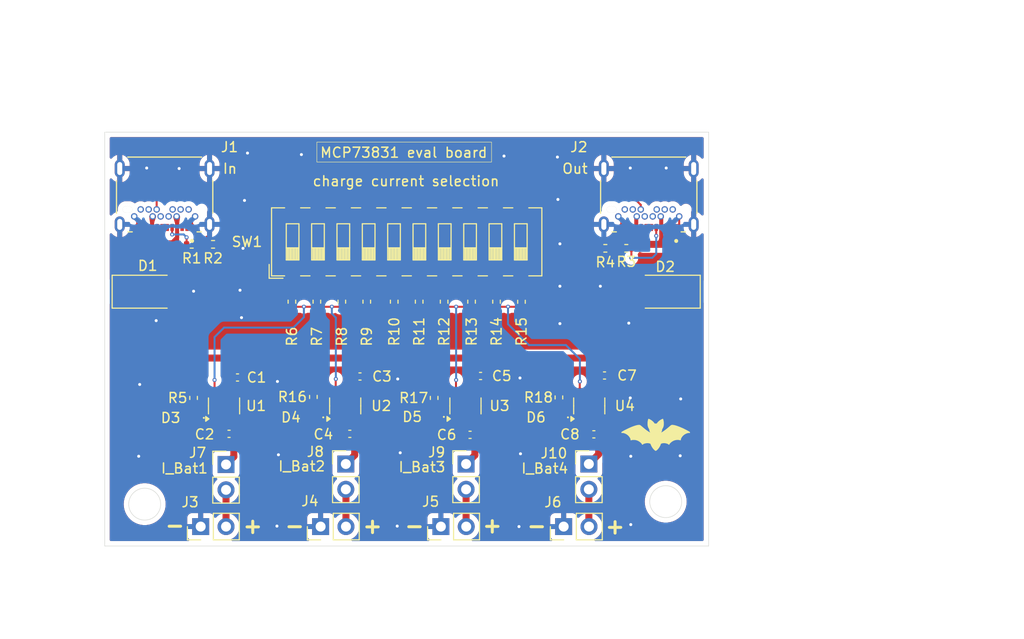
<source format=kicad_pcb>
(kicad_pcb (version 20240108) (generator "pcbnew") (generator_version "8.0")
  (layers (0 "F.Cu" signal) (31 "B.Cu" signal) (34 "B.Paste" user) (35 "F.Paste" user) (36 "B.SilkS" user "B.Silkscreen") (37 "F.SilkS" user "F.Silkscreen") (38 "B.Mask" user) (39 "F.Mask" user) (44 "Edge.Cuts" user))
  (net 0 "")
  (net 1 "GND")
  (net 2 "VBUS")
  (net 5 "Net-(D3-A)")
  (net 10 "Net-(J1-CC2)")
  (net 13 "Net-(J1-CC1)")
  (net 15 "Net-(D4-A)")
  (net 18 "Net-(J2-CC1)")
  (net 29 "Net-(J2-CC2)")
  (net 33 "VBat1")
  (net 34 "Net-(D3-K)")
  (net 35 "Net-(U1-PROG)")
  (net 36 "Net-(R6-Pad1)")
  (net 37 "Net-(R7-Pad1)")
  (net 38 "Net-(R8-Pad1)")
  (net 39 "Net-(R9-Pad1)")
  (net 40 "Net-(R10-Pad1)")
  (net 41 "Net-(R11-Pad1)")
  (net 42 "Net-(R12-Pad1)")
  (net 43 "Net-(R13-Pad1)")
  (net 44 "Net-(R14-Pad1)")
  (net 45 "Net-(R15-Pad1)")
  (net 46 "Net-(D4-K)")
  (net 47 "VBat2")
  (net 48 "VBat3")
  (net 49 "VBat4")
  (net 50 "Net-(D5-K)")
  (net 51 "Net-(D6-K)")
  (net 52 "I_Sense1")
  (net 53 "I_Sense2")
  (net 54 "I_Sense3")
  (net 55 "I_Sense4")
  (net 56 "Net-(D5-A)")
  (net 57 "Net-(D6-A)")
  (footprint "Resistor_SMD:R_0402_1005Metric" (layer "F.Cu") (at 86.75 67 -90)
    (property "Reference" "R13")
    (property "Value" "TBD")
  )
  (footprint "Resistor_SMD:R_0402_1005Metric" (layer "F.Cu") (at 81.5 67 -90)
    (property "Reference" "R11")
    (property "Value" "TBD")
  )
  (footprint "Resistor_SMD:R_0402_1005Metric" (layer "F.Cu") (at 71.25 67 -90)
    (property "Reference" "R7")
    (property "Value" "TBD")
  )
  (footprint "Resistor_SMD:R_0402_1005Metric" (layer "F.Cu") (at 58.71 61.25)
    (property "Reference" "R1")
    (property "Value" "5.1k")
  )
  (footprint "Resistor_SMD:R_0402_1005Metric" (layer "F.Cu") (at 91.75 67.01 -90)
    (property "Reference" "R15")
    (property "Value" "TBD")
  )
  (footprint "Package_TO_SOT_SMD:SOT-23-5" (layer "F.Cu") (at 61.95 77.45 90)
    (property "Reference" "U1")
    (property "Value" "MCP73831-2-OT")
  )
  (footprint "Capacitor_SMD:C_0402_1005Metric" (layer "F.Cu") (at 99 80.3 180)
    (property "Reference" "C8")
    (property "Value" "4.7uF")
  )
  (footprint "Package_TO_SOT_SMD:SOT-23-5" (layer "F.Cu") (at 74.0875 77.45 90)
    (property "Reference" "U2")
    (property "Value" "MCP73831-2-OT")
  )
  (footprint "LED_SMD:LED_0402_1005Metric" (layer "F.Cu") (at 95.315 78.6 180)
    (property "Reference" "D6")
    (property "Value" "LED_Small")
  )
  (footprint "Capacitor_SMD:C_0402_1005Metric" (layer "F.Cu") (at 63.3 74.6)
    (property "Reference" "C1")
    (property "Value" "4.7uF")
  )
  (footprint "Resistor_SMD:R_0402_1005Metric" (layer "F.Cu") (at 83 76.65 90)
    (property "Reference" "R17")
    (property "Value" "470")
  )
  (footprint "Capacitor_SMD:C_0402_1005Metric" (layer "F.Cu") (at 87.65 74.45)
    (property "Reference" "C5")
    (property "Value" "4.7uF")
  )
  (footprint "Resistor_SMD:R_0402_1005Metric" (layer "F.Cu") (at 100.15 61.65)
    (property "Reference" "R4")
    (property "Value" "TBD")
  )
  (footprint "Connector_PinHeader_2.54mm:PinHeader_1x02_P2.54mm_Vertical" (layer "F.Cu") (at 95.975 89.55 90)
    (property "Reference" "J6")
    (property "Value" "Battery 2 Pads")
  )
  (footprint "Capacitor_SMD:C_0402_1005Metric" (layer "F.Cu") (at 62.45 80.25 180)
    (property "Reference" "C2")
    (property "Value" "4.7uF")
  )
  (footprint "Resistor_SMD:R_0402_1005Metric" (layer "F.Cu") (at 73.75 67 -90)
    (property "Reference" "R8")
    (property "Value" "TBD")
  )
  (footprint "Package_TO_SOT_SMD:SOT-23-5" (layer "F.Cu") (at 98.5375 77.45 90)
    (property "Reference" "U4")
    (property "Value" "MCP73831-2-OT")
  )
  (footprint "Footprints:BatSimple" (layer "F.Cu") (at 105.2 80.3)
    (property "Reference" "G***" (hide yes))
    (property "Value" "LOGO" (hide yes))
  )
  (footprint "Button_Switch_SMD:SW_DIP_SPSTx10_Slide_6.7x26.96mm_W6.73mm_P2.54mm_LowProfile_JPin" (layer "F.Cu") (at 80.25 61 90)
    (property "Reference" "SW1")
    (property "Value" "SW_DIP_x10")
  )
  (footprint "Resistor_SMD:R_0402_1005Metric" (layer "F.Cu") (at 60.85 61.25 180)
    (property "Reference" "R2")
    (property "Value" "5.1k")
  )
  (footprint "Resistor_SMD:R_0402_1005Metric" (layer "F.Cu") (at 79 67 -90)
    (property "Reference" "R10")
    (property "Value" "TBD")
  )
  (footprint "Diode_SMD:D_SMA" (layer "F.Cu") (at 54.25 66)
    (property "Reference" "D1")
    (property "Value" "SMAJ5.0A")
  )
  (footprint "Connector_PinHeader_2.54mm:PinHeader_1x02_P2.54mm_Vertical" (layer "F.Cu") (at 62.15 83.325)
    (property "Reference" "J7")
    (property "Value" "Battery 2 Pads")
  )
  (footprint "Footprints:CUI_UJ32-C-H-G-SMT-TR" (layer "F.Cu") (at 56 54.5 180)
    (property "Reference" "J1")
    (property "Value" "UJ32-C-H-G-SMT-TR")
    (fp_line (start 3.875 -2.925) (end 3.575 -2.925) (stroke (width 0.01)) (layer "Edge.Cuts"))
    (fp_line (start 3.575 -3.575) (end 3.875 -3.575) (stroke (width 0.01)) (layer "Edge.Cuts"))
    (fp_arc (start 4.2 -3.25) (mid 4.10481 -3.02019) (end 3.875 -2.925) (stroke (width 0.01)) (layer "Edge.Cuts"))
    (fp_arc (start 3.875 -3.575) (mid 4.10481 -3.47981) (end 4.2 -3.25) (stroke (width 0.01)) (layer "Edge.Cuts"))
    (fp_arc (start 3.575 -2.925) (mid 3.34519 -3.02019) (end 3.25 -3.25) (stroke (width 0.01)) (layer "Edge.Cuts"))
    (fp_arc (start 3.25 -3.25) (mid 3.34519 -3.47981) (end 3.575 -3.575) (stroke (width 0.01)) (layer "Edge.Cuts"))
  )
  (footprint "Resistor_SMD:R_0402_1005Metric" (layer "F.Cu") (at 70.9 76.55 90)
    (property "Reference" "R16")
    (property "Value" "470")
  )
  (footprint "Resistor_SMD:R_0402_1005Metric" (layer "F.Cu") (at 102.25 61.65 180)
    (property "Reference" "R3")
    (property "Value" "TBD")
  )
  (footprint "Connector_PinHeader_2.54mm:PinHeader_1x02_P2.54mm_Vertical" (layer "F.Cu") (at 86.2 83.275)
    (property "Reference" "J9")
    (property "Value" "Battery 2 Pads")
  )
  (footprint "Resistor_SMD:R_0402_1005Metric" (layer "F.Cu") (at 84 67 -90)
    (property "Reference" "R12")
    (property "Value" "TBD")
  )
  (footprint "Connector_PinHeader_2.54mm:PinHeader_1x02_P2.54mm_Vertical" (layer "F.Cu") (at 59.61 89.55 90)
    (property "Reference" "J3")
    (property "Value" "Battery 1 Pads")
  )
  (footprint "Footprints:CUI_UJ32-C-H-G-SMT-TR" (layer "F.Cu") (at 104.5 54.5 180)
    (property "Reference" "J2")
    (property "Value" "UJ32-C-H-G-SMT-TR")
    (fp_line (start 3.875 -2.925) (end 3.575 -2.925) (stroke (width 0.01)) (layer "Edge.Cuts"))
    (fp_line (start 3.575 -3.575) (end 3.875 -3.575) (stroke (width 0.01)) (layer "Edge.Cuts"))
    (fp_arc (start 4.2 -3.25) (mid 4.10481 -3.02019) (end 3.875 -2.925) (stroke (width 0.01)) (layer "Edge.Cuts"))
    (fp_arc (start 3.875 -3.575) (mid 4.10481 -3.47981) (end 4.2 -3.25) (stroke (width 0.01)) (layer "Edge.Cuts"))
    (fp_arc (start 3.575 -2.925) (mid 3.34519 -3.02019) (end 3.25 -3.25) (stroke (width 0.01)) (layer "Edge.Cuts"))
    (fp_arc (start 3.25 -3.25) (mid 3.34519 -3.47981) (end 3.575 -3.575) (stroke (width 0.01)) (layer "Edge.Cuts"))
  )
  (footprint "Resistor_SMD:R_0402_1005Metric" (layer "F.Cu") (at 58.9 76.65 90)
    (property "Reference" "R5")
    (property "Value" "470")
  )
  (footprint "Resistor_SMD:R_0402_1005Metric" (layer "F.Cu") (at 89.25 67 -90)
    (property "Reference" "R14")
    (property "Value" "TBD")
  )
  (footprint "Capacitor_SMD:C_0402_1005Metric" (layer "F.Cu") (at 100.07 74.4)
    (property "Reference" "C7")
    (property "Value" "4.7uF")
  )
  (footprint "Resistor_SMD:R_0402_1005Metric" (layer "F.Cu") (at 95.5 76.6 90)
    (property "Reference" "R18")
    (property "Value" "470")
  )
  (footprint "Capacitor_SMD:C_0402_1005Metric" (layer "F.Cu") (at 75.57 74.5)
    (property "Reference" "C3")
    (property "Value" "4.7uF")
  )
  (footprint "Capacitor_SMD:C_0402_1005Metric" (layer "F.Cu") (at 86.6 80.35 180)
    (property "Reference" "C6")
    (property "Value" "4.7uF")
  )
  (footprint "LED_SMD:LED_0402_1005Metric" (layer "F.Cu") (at 70.8 78.6 180)
    (property "Reference" "D4")
    (property "Value" "LED_Small")
  )
  (footprint "Connector_PinHeader_2.54mm:PinHeader_1x02_P2.54mm_Vertical" (layer "F.Cu") (at 74.15 83.275)
    (property "Reference" "J8")
    (property "Value" "Battery 2 Pads")
  )
  (footprint "LED_SMD:LED_0402_1005Metric" (layer "F.Cu") (at 58.8325 78.65 180)
    (property "Reference" "D3")
    (property "Value" "LED_Small")
  )
  (footprint "LED_SMD:LED_0402_1005Metric" (layer "F.Cu") (at 82.8825 78.55 180)
    (property "Reference" "D5")
    (property "Value" "LED_Small")
  )
  (footprint "Resistor_SMD:R_0402_1005Metric" (layer "F.Cu") (at 76.25 67 -90)
    (property "Reference" "R9")
    (property "Value" "TBD")
  )
  (footprint "Package_TO_SOT_SMD:SOT-23-5" (layer "F.Cu") (at 86.1375 77.45 90)
    (property "Reference" "U3")
    (property "Value" "MCP73831-2-OT")
  )
  (footprint "Resistor_SMD:R_0402_1005Metric" (layer "F.Cu") (at 68.75 67 -90)
    (property "Reference" "R6")
    (property "Value" "TBD")
  )
  (footprint "Connector_PinHeader_2.54mm:PinHeader_1x02_P2.54mm_Vertical" (layer "F.Cu") (at 83.675 89.55 90)
    (property "Reference" "J5")
    (property "Value" "Battery 1 Pads")
  )
  (footprint "Connector_PinHeader_2.54mm:PinHeader_1x02_P2.54mm_Vertical" (layer "F.Cu") (at 98.5 83.275)
    (property "Reference" "J10")
    (property "Value" "Battery 2 Pads")
  )
  (footprint "Connector_PinHeader_2.54mm:PinHeader_1x02_P2.54mm_Vertical" (layer "F.Cu") (at 71.625 89.55 90)
    (property "Reference" "J4")
    (property "Value" "Battery 2 Pads")
  )
  (footprint "Diode_SMD:D_SMA" (layer "F.Cu") (at 106.15 66 180)
    (property "Reference" "D2")
    (property "Value" "SMAJ5.0A")
  )
  (footprint "Capacitor_SMD:C_0402_1005Metric" (layer "F.Cu") (at 74.55 80.25 180)
    (property "Reference" "C4")
    (property "Value" "4.7uF")
  )
  (gr_poly (pts (xy 105.7 60.6) (xy 105.45 61.1) (xy 106.65 61.25) (xy 105.8 60.35)) (stroke (width 0.2)) (fill solid) (layer "F.Cu") (net 2))
  (gr_poly (pts (xy 56.95 58.5) (xy 57.15 59.15) (xy 57.35 59.15) (xy 57.45 58.5)) (stroke (width 0.2)) (fill solid) (layer "F.Cu") (net 2))
  (gr_poly (pts (xy 54.65 59.2) (xy 54.55 58.45) (xy 55.05 58.45) (xy 54.8 59.2)) (stroke (width 0.2)) (fill solid) (layer "F.Cu") (net 2))
  (gr_poly (pts (xy 62.2 72.95) (xy 62.6 73.35) (xy 63.15 73.35) (xy 63.55 72.95)) (stroke (width 0.2)) (fill solid) (layer "F.Cu") (net 2))
  (gr_poly (pts (xy 70.9 73.1) (xy 70.75 72.95) (xy 71.15 72.95) (xy 71 73.1)) (stroke (width 0.2)) (fill solid) (layer "F.Cu") (net 2))
  (gr_line (start 56.75 59.7) (end 56.75 60.25) (stroke (width 0.2)) (layer "F.Cu") (net 13))
  (gr_poly (pts (xy 86.45 72.95) (xy 86.85 73.35) (xy 87.4 73.35) (xy 87.8 72.95)) (stroke (width 0.2)) (fill solid) (layer "F.Cu") (net 2))
  (gr_poly (pts (xy 95.45 73.1) (xy 95.3 72.95) (xy 95.7 72.95) (xy 95.55 73.1)) (stroke (width 0.2)) (fill solid) (layer "F.Cu") (net 2))
  (gr_poly (pts (xy 98.8 72.95) (xy 99.2 73.35) (xy 99.75 73.35) (xy 100.15 72.95)) (stroke (width 0.2)) (fill solid) (layer "F.Cu") (net 2))
  (gr_poly (pts (xy 56.5 61.45) (xy 56.9 61.45) (xy 57.35 61.05) (xy 57.35 60.2)) (stroke (width 0.2)) (fill solid) (layer "F.Cu") (net 2))
  (gr_poly (pts (xy 83 73.1) (xy 82.85 72.95) (xy 83.25 72.95) (xy 83.1 73.1)) (stroke (width 0.2)) (fill solid) (layer "F.Cu") (net 2))
  (gr_poly (pts (xy 74.35 72.9375) (xy 74.75 73.3375) (xy 75.3 73.3375) (xy 75.7 72.9375)) (stroke (width 0.2)) (fill solid) (layer "F.Cu") (net 2))
  (gr_poly (pts (xy 103.8 61.4) (xy 103.15 60.55) (xy 103.35 60.45) (xy 104.1 61.05) (xy 103.9 61.45)) (stroke (width 0.2)) (fill solid) (layer "F.Cu") (net 2))
  (gr_poly (pts (xy 54.875 60.5) (xy 55.375 61) (xy 54.825 61)) (stroke (width 0.2)) (fill solid) (layer "F.Cu") (net 2))
  (gr_poly (pts (xy 58.85 73.1) (xy 58.7 72.95) (xy 59.1 72.95) (xy 58.95 73.1)) (stroke (width 0.2)) (fill solid) (layer "F.Cu") (net 2))
  (gr_rect (start 71.25 51) (end 88.75 53) (stroke (width 0.05)) (fill none) (layer "F.SilkS"))
  (gr_line (start 110.5 50) (end 110.5 91.5) (stroke (width 0.05)) (layer "Edge.Cuts"))
  (gr_line (start 50 91.5) (end 110.5 91.5) (stroke (width 0.05)) (layer "Edge.Cuts"))
  (gr_line (start 50 50) (end 50 91.5) (stroke (width 0.05)) (layer "Edge.Cuts"))
  (gr_circle (center 54 87.3) (end 55.6 87.3) (stroke (width 0.05)) (fill none) (layer "Edge.Cuts"))
  (gr_line (start 50 50) (end 110.5 50) (stroke (width 0.05)) (layer "Edge.Cuts"))
  (gr_circle (center 106.2 87.05) (end 107.8 87.05) (stroke (width 0.05)) (fill none) (layer "Edge.Cuts"))
  (gr_text "-\n\n" (at 55.9 92.7 0) (layer "F.SilkS") (effects (font (size 1.5 1.5) (thickness 0.3) (bold yes)) (justify left bottom)))
  (gr_text "+\n" (at 100 90.4 0) (layer "F.SilkS") (effects (font (size 1.5 1.5) (thickness 0.3) (bold yes)) (justify left bottom)))
  (gr_text "Out\n" (at 95.75 54.25 0) (layer "F.SilkS") (effects (font (size 1 1)) (justify left bottom)))
  (gr_text "-\n\n" (at 67.9 92.75 0) (layer "F.SilkS") (effects (font (size 1.5 1.5) (thickness 0.3) (bold yes)) (justify left bottom)))
  (gr_text "I_Bat2\n\n" (at 67.3 85.7 0) (layer "F.SilkS") (effects (font (size 1 1)) (justify left bottom)))
  (gr_text "I_Bat1\n" (at 55.55 84.3 0) (layer "F.SilkS") (effects (font (size 1 1)) (justify left bottom)))
  (gr_text "I_Bat4\n\n\n\n\n" (at 91.65 90.75 0) (layer "F.SilkS") (effects (font (size 1 1)) (justify left bottom)))
  (gr_text "I_Bat3\n\n\n\n" (at 79.35 89 0) (layer "F.SilkS") (effects (font (size 1 1)) (justify left bottom)))
  (gr_text "charge current selection" (at 70.75 55.5 0) (layer "F.SilkS") (effects (font (size 1 1)) (justify left bottom)))
  (gr_text "+\n" (at 63.7 90.35 0) (layer "F.SilkS") (effects (font (size 1.5 1.5) (thickness 0.3) (bold yes)) (justify left bottom)))
  (gr_text "+\n" (at 75.7 90.35 0) (layer "F.SilkS") (effects (font (size 1.5 1.5) (thickness 0.3) (bold yes)) (justify left bottom)))
  (gr_text "MCP73831 eval board\n\n" (at 71.5 54.25 0) (layer "F.SilkS") (effects (font (size 1 1)) (justify left bottom)))
  (gr_text "In\n" (at 61.75 54.25 0) (layer "F.SilkS") (effects (font (size 1 1)) (justify left bottom)))
  (gr_text "-\n\n" (at 92.15 92.75 0) (layer "F.SilkS") (effects (font (size 1.5 1.5) (thickness 0.3) (bold yes)) (justify left bottom)))
  (gr_text "+\n" (at 87.7 90.3 0) (layer "F.SilkS") (effects (font (size 1.5 1.5) (thickness 0.3) (bold yes)) (justify left bottom)))
  (gr_text "-\n\n" (at 79.9 92.75 0) (layer "F.SilkS") (effects (font (size 1.5 1.5) (thickness 0.3) (bold yes)) (justify left bottom)))
  (segment (start 107.55 58.45) (end 107.55 59.26) (width 0.2) (layer "F.Cu") (net 1))
  (segment (start 101.75 58.75) (end 101.492902 58.492902) (width 0.2) (layer "F.Cu") (net 1))
  (segment (start 101.75 59.56) (end 101.75 58.75) (width 0.2) (layer "F.Cu") (net 1))
  (segment (start 53.25 59.56) (end 53.25 58.75) (width 0.2) (layer "F.Cu") (net 1))
  (segment (start 58.75 58.75) (end 59.05 58.45) (width 0.2) (layer "F.Cu") (net 1))
  (segment (start 107.55 59.26) (end 107.25 59.56) (width 0.2) (layer "F.Cu") (net 1))
  (segment (start 58.75 59.56) (end 58.75 58.75) (width 0.2) (layer "F.Cu") (net 1))
  (segment (start 53.25 58.75) (end 52.992902 58.492902) (width 0.2) (layer "F.Cu") (net 1))
  (via (at 79.6 82.15) (size 0.6) (drill 0.3) (layers "F.Cu" "B.Cu") (net 1))
  (via (at 67.3 75) (size 0.6) (drill 0.3) (layers "F.Cu" "B.Cu") (net 1))
  (via (at 54.2 53.6) (size 0.6) (drill 0.3) (layers "F.Cu" "B.Cu") (net 1))
  (via (at 64 56.85) (size 0.6) (drill 0.3) (layers "F.Cu" "B.Cu") (net 1))
  (via (at 53.5 75.3) (size 0.6) (drill 0.3) (layers "F.Cu" "B.Cu") (net 1))
  (via (at 95.6 69.2) (size 0.6) (drill 0.3) (layers "F.Cu" "B.Cu") (net 1))
  (via (at 57.45 53.65) (size 0.6) (drill 0.3) (layers "F.Cu" "B.Cu") (net 1))
  (via (at 63.7 68.6) (size 0.6) (drill 0.3) (layers "F.Cu" "B.Cu") (net 1))
  (via (at 69.7 52.25) (size 0.6) (drill 0.3) (layers "F.Cu" "B.Cu") (net 1))
  (via (at 64.3 52.1) (size 0.6) (drill 0.3) (layers "F.Cu" "B.Cu") (net 1))
  (via (at 79.35 74.75) (size 0.6) (drill 0.3) (layers "F.Cu" "B.Cu") (net 1))
  (via (at 91.65 82.25) (size 0.6) (drill 0.3) (layers "F.Cu" "B.Cu") (net 1))
  (via (at 53.4 82.5) (size 0.6) (drill 0.3) (layers "F.Cu" "B.Cu") (net 1))
  (via (at 63.55 65.85) (size 0.6) (drill 0.3) (layers "F.Cu" "B.Cu") (net 1))
  (via (at 102.7 82.5) (size 0.6) (drill 0.3) (layers "F.Cu" "B.Cu") (net 1))
  (via (at 102.7 89.35) (size 0.6) (drill 0.3) (layers "F.Cu" "B.Cu") (net 1))
  (via (at 67.4 82.35) (size 0.6) (drill 0.3) (layers "F.Cu" "B.Cu") (net 1))
  (via (at 102.65 53.6) (size 0.6) (drill 0.3) (layers "F.Cu" "B.Cu") (net 1))
  (via (at 107.7 76.75) (size 0.6) (drill 0.3) (layers "F.Cu" "B.Cu") (net 1))
  (via (at 90 52.4) (size 0.6) (drill 0.3) (layers "F.Cu" "B.Cu") (net 1))
  (via (at 95.6 65.45) (size 0.6) (drill 0.3) (layers "F.Cu" "B.Cu") (net 1))
  (via (at 58.9 65.95) (size 0.6) (drill 0.3) (layers "F.Cu" "B.Cu") (net 1))
  (via (at 106.25 53.6) (size 0.6) (drill 0.3) (layers "F.Cu" "B.Cu") (net 1))
  (via (at 79.3 89.5) (size 0.6) (drill 0.3) (layers "F.Cu" "B.Cu") (net 1))
  (via (at 95.35 52.5) (size 0.6) (drill 0.3) (layers "F.Cu" "B.Cu") (net 1))
  (via (at 91.6 74.65) (size 0.6) (drill 0.3) (layers "F.Cu" "B.Cu") (net 1))
  (via (at 99.65 65.45) (size 0.6) (drill 0.3) (layers "F.Cu" "B.Cu") (net 1))
  (via (at 102.65 76.65) (size 0.6) (drill 0.3) (layers "F.Cu" "B.Cu") (net 1))
  (via (at 95.4 56.75) (size 0.6) (drill 0.3) (layers "F.Cu" "B.Cu") (net 1))
  (via (at 91.5 89.55) (size 0.6) (drill 0.3) (layers "F.Cu" "B.Cu") (net 1))
  (via (at 63.85 61.65) (size 0.6) (drill 0.3) (layers "F.Cu" "B.Cu") (net 1))
  (via (at 55.15 68.9) (size 0.6) (drill 0.3) (layers "F.Cu" "B.Cu") (net 1))
  (via (at 95.6 61.2) (size 0.6) (drill 0.3) (layers "F.Cu" "B.Cu") (net 1))
  (via (at 102.5 69.15) (size 0.6) (drill 0.3) (layers "F.Cu" "B.Cu") (net 1))
  (via (at 67.25 89.5) (size 0.6) (drill 0.3) (layers "F.Cu" "B.Cu") (net 1))
  (via (at 107.65 82.45) (size 0.6) (drill 0.3) (layers "F.Cu" "B.Cu") (net 1))
  (segment (start 95.5 72.65) (end 99.5 72.65) (width 0.7) (layer "F.Cu") (net 2))
  (segment (start 95.5 76.1) (end 95.5 72.65) (width 0.2) (layer "F.Cu") (net 2))
  (segment (start 83.05 72.65) (end 87.1 72.65) (width 0.7) (layer "F.Cu") (net 2))
  (segment (start 57.25 58.5) (end 57.25 59.56) (width 0.4) (layer "F.Cu") (net 2))
  (segment (start 99.4875 74.5075) (end 99.48 74.5) (width 0.2) (layer "F.Cu") (net 2))
  (segment (start 75.03 72.72) (end 75.1 72.65) (width 0.2) (layer "F.Cu") (net 2))
  (segment (start 99.5 72.65) (end 106.05 72.65) (width 0.7) (layer "F.Cu") (net 2))
  (segment (start 104 61.25) (end 106.3 61.25) (width 0.7) (layer "F.Cu") (net 2))
  (segment (start 105.75 58.5) (end 105.75 59.56) (width 0.4) (layer "F.Cu") (net 2))
  (segment (start 87.1 72.65) (end 95.5 72.65) (width 0.7) (layer "F.Cu") (net 2))
  (segment (start 83.05 76.0975) (end 83.05 72.65) (width 0.2) (layer "F.Cu") (net 2))
  (segment (start 57.25 60.55) (end 57.25 59.56) (width 0.4) (layer "F.Cu") (net 2))
  (segment (start 70.95 72.65) (end 75.1 72.65) (width 0.7) (layer "F.Cu") (net 2))
  (segment (start 75.0375 76.3125) (end 75.0375 74.6575) (width 0.7) (layer "F.Cu") (net 2))
  (segment (start 54.75 59.56) (end 54.75 60.9675) (width 0.4) (layer "F.Cu") (net 2))
  (segment (start 52.25 66) (end 52.25 70.7) (width 0.7) (layer "F.Cu") (net 2))
  (segment (start 54.75 58.5) (end 54.75 59.56) (width 0.4) (layer "F.Cu") (net 2))
  (segment (start 99.48 74.5) (end 99.48 72.67) (width 0.7) (layer "F.Cu") (net 2))
  (segment (start 108.15 70.55) (end 108.15 66) (width 0.7) (layer "F.Cu") (net 2))
  (segment (start 62.88 74.55) (end 62.88 72.68) (width 0.7) (layer "F.Cu") (net 2))
  (segment (start 62.85 72.65) (end 70.95 72.65) (width 0.7) (layer "F.Cu") (net 2))
  (segment (start 87.1 74.5) (end 87.1 72.65) (width 0.7) (layer "F.Cu") (net 2))
  (segment (start 75.0375 74.6575) (end 75.03 74.65) (width 0.2) (layer "F.Cu") (net 2))
  (segment (start 106.3 61.25) (end 108.15 63.1) (width 0.7) (layer "F.Cu") (net 2))
  (segment (start 54.75 61.2) (end 52.25 63.7) (width 0.7) (layer "F.Cu") (net 2))
  (segment (start 99.48 72.67) (end 99.5 72.65) (width 0.2) (layer "F.Cu") (net 2))
  (segment (start 58.8 72.65) (end 62.85 72.65) (width 0.7) (layer "F.Cu") (net 2))
  (segment (start 105.75 59.56) (end 105.75 60.7) (width 0.4) (layer "F.Cu") (net 2))
  (segment (start 54.2 72.65) (end 58.8 72.65) (width 0.7) (layer "F.Cu") (net 2))
  (segment (start 105.75 60.7) (end 106.05 61) (width 0.4) (layer "F.Cu") (net 2))
  (segment (start 99.4875 76.3125) (end 99.4875 74.5075) (width 0.7) (layer "F.Cu") (net 2))
  (segment (start 103.25 59.56) (end 103.25 60) (width 0.4) (layer "F.Cu") (net 2))
  (segment (start 62.88 76.2925) (end 62.9 76.3125) (width 0.2) (layer "F.Cu") (net 2))
  (segment (start 54.75 61.2) (end 56.6 61.2) (width 0.7) (layer "F.Cu") (net 2))
  (segment (start 56.6 61.2) (end 57.25 60.55) (width 0.4) (layer "F.Cu") (net 2))
  (segment (start 103.3 58.45) (end 103.25 58.5) (width 0.2) (layer "F.Cu") (net 2))
  (segment (start 108.15 63.2) (end 108.15 66) (width 0.7) (layer "F.Cu") (net 2))
  (segment (start 103.25 60) (end 103.25 60.5) (width 0.4) (layer "F.Cu") (net 2))
  (segment (start 87.0875 76.3125) (end 87.0875 74.5125) (width 0.7) (layer "F.Cu") (net 2))
  (segment (start 52.25 70.7) (end 54.2 72.65) (width 0.7) (layer "F.Cu") (net 2))
  (segment (start 58.9125 72.7625) (end 58.8 72.65) (width 0.2) (layer "F.Cu") (net 2))
  (segment (start 75.1 72.65) (end 83.05 72.65) (width 0.7) (layer "F.Cu") (net 2))
  (segment (start 52.25 63.7) (end 52.25 66) (width 0.7) (layer "F.Cu") (net 2))
  (segment (start 87.0875 74.5125) (end 87.1 74.5) (width 0.2) (layer "F.Cu") (net 2))
  (segment (start 54.75 60.9675) (end 54.75 61.2) (width 0.4) (layer "F.Cu") (net 2))
  (segment (start 105.7 58.45) (end 105.75 58.5) (width 0.2) (layer "F.Cu") (net 2))
  (segment (start 108.15 63.1) (end 108.15 63.2) (width 0.2) (layer "F.Cu") (net 2))
  (segment (start 103.25 60.5) (end 104 61.25) (width 0.4) (layer "F.Cu") (net 2))
  (segment (start 103.25 58.5) (end 103.25 60) (width 0.4) (layer "F.Cu") (net 2))
  (segment (start 75.03 74.65) (end 75.03 72.72) (width 0.7) (layer "F.Cu") (net 2))
  (segment (start 62.88 74.55) (end 62.88 76.2925) (width 0.7) (layer "F.Cu") (net 2))
  (segment (start 70.95 76.115) (end 70.95 72.65) (width 0.2) (layer "F.Cu") (net 2))
  (segment (start 57.2 58.45) (end 57.25 58.5) (width 0.2) (layer "F.Cu") (net 2))
  (segment (start 58.9125 76.165) (end 58.9125 72.7625) (width 0.2) (layer "F.Cu") (net 2))
  (segment (start 62.88 72.68) (end 62.85 72.65) (width 0.2) (layer "F.Cu") (net 2))
  (segment (start 54.8 58.45) (end 54.75 58.5) (width 0.2) (layer "F.Cu") (net 2))
  (segment (start 106.05 72.65) (end 108.15 70.55) (width 0.7) (layer "F.Cu") (net 2))
  (segment (start 58.3025 77.9475) (end 58.3025 78.6) (width 0.2) (layer "F.Cu") (net 5))
  (segment (start 58.9125 77.135) (end 58.9125 77.3375) (width 0.2) (layer "F.Cu") (net 5))
  (segment (start 58.9125 77.3375) (end 58.3025 77.9475) (width 0.2) (layer "F.Cu") (net 5))
  (segment (start 61.75 56.75) (end 61.5 56.5) (width 0.2) (layer "F.Cu") (net 10))
  (segment (start 55.5 56.5) (end 55.2 56.8) (width 0.2) (layer "F.Cu") (net 10))
  (segment (start 61.75 60.35) (end 61.75 56.75) (width 0.2) (layer "F.Cu") (net 10))
  (segment (start 61.36 60.74) (end 61.75 60.35) (width 0.2) (layer "F.Cu") (net 10))
  (segment (start 61.36 61.25) (end 61.36 60.74) (width 0.2) (layer "F.Cu") (net 10))
  (segment (start 55.2 56.8) (end 55.2 57.75) (width 0.2) (layer "F.Cu") (net 10))
  (segment (start 61.5 56.5) (end 55.5 56.5) (width 0.2) (layer "F.Cu") (net 10))
  (segment (start 58.2 60.55) (end 58.2 61.25) (width 0.2) (layer "F.Cu") (net 13))
  (via (at 58.2 60.55) (size 0.4) (drill 0.2) (layers "F.Cu" "B.Cu") (net 13))
  (via (at 56.75 60.260002) (size 0.4) (drill 0.2) (layers "F.Cu" "B.Cu") (net 13))
  (segment (start 56.75 60.260002) (end 57.910002 60.260002) (width 0.2) (layer "B.Cu") (net 13))
  (segment (start 57.910002 60.260002) (end 58.2 60.55) (width 0.2) (layer "B.Cu") (net 13))
  (segment (start 70.34 77.91) (end 70.34 78.6) (width 0.2) (layer "F.Cu") (net 15))
  (segment (start 70.95 77.3) (end 70.34 77.91) (width 0.2) (layer "F.Cu") (net 15))
  (segment (start 70.95 77.085) (end 70.95 77.3) (width 0.2) (layer "F.Cu") (net 15))
  (segment (start 105.25 59.56) (end 105.25 60.4) (width 0.2) (layer "F.Cu") (net 18))
  (segment (start 102.76 61.65) (end 102.76 62.59) (width 0.2) (layer "F.Cu") (net 18))
  (via (at 105.25 60.4) (size 0.4) (drill 0.2) (layers "F.Cu" "B.Cu") (net 18))
  (via (at 102.75 62.6) (size 0.4) (drill 0.2) (layers "F.Cu" "B.Cu") (net 18))
  (segment (start 105.25 62.2) (end 104.85 62.6) (width 0.2) (layer "B.Cu") (net 18))
  (segment (start 105.25 60.4) (end 105.25 62.2) (width 0.2) (layer "B.Cu") (net 18))
  (segment (start 104.85 62.6) (end 102.75 62.6) (width 0.2) (layer "B.Cu") (net 18))
  (segment (start 98.9 60.2) (end 99.64 60.94) (width 0.2) (layer "F.Cu") (net 29))
  (segment (start 99.64 60.94) (end 99.64 61.65) (width 0.2) (layer "F.Cu") (net 29))
  (segment (start 103.7 57.290381) (end 103.059619 56.65) (width 0.2) (layer "F.Cu") (net 29))
  (segment (start 103.059619 56.65) (end 99.4 56.65) (width 0.2) (layer "F.Cu") (net 29))
  (segment (start 99.4 56.65) (end 98.9 57.15) (width 0.2) (layer "F.Cu") (net 29))
  (segment (start 103.7 57.75) (end 103.7 57.290381) (width 0.2) (layer "F.Cu") (net 29))
  (segment (start 98.9 57.15) (end 98.9 60.2) (width 0.2) (layer "F.Cu") (net 29))
  (segment (start 62.15 85.865) (end 62.15 89.55) (width 0.7) (layer "F.Cu") (net 33))
  (segment (start 59.3225 78.6) (end 60.9875 78.6) (width 0.2) (layer "F.Cu") (net 34))
  (segment (start 60.9875 78.6) (end 61 78.5875) (width 0.2) (layer "F.Cu") (net 34))
  (segment (start 91.74 67.51) (end 91.75 67.52) (width 0.2) (layer "F.Cu") (net 35))
  (segment (start 97.5875 76.3125) (end 97.5875 75.0125) (width 0.2) (layer "F.Cu") (net 35))
  (segment (start 61 76.3125) (end 61 74.85) (width 0.2) (layer "F.Cu") (net 35))
  (segment (start 97.5875 75.0125) (end 97.6 75) (width 0.2) (layer "F.Cu") (net 35))
  (segment (start 68.75 67.51) (end 91.74 67.51) (width 0.2) (layer "F.Cu") (net 35))
  (segment (start 73.1375 76.3125) (end 73.1375 74.75) (width 0.2) (layer "F.Cu") (net 35))
  (segment (start 85.1875 76.3125) (end 85.1875 74.85) (width 0.2) (layer "F.Cu") (net 35))
  (via (at 97.6 75) (size 0.4) (drill 0.2) (layers "F.Cu" "B.Cu") (net 35))
  (via (at 85.2 67.5) (size 0.4) (drill 0.2) (layers "F.Cu" "B.Cu") (net 35))
  (via (at 90.4 67.5) (size 0.4) (drill 0.2) (layers "F.Cu" "B.Cu") (net 35))
  (via (at 61 74.85) (size 0.4) (drill 0.2) (layers "F.Cu" "B.Cu") (net 35))
  (via (at 73.15 74.75) (size 0.4) (drill 0.2) (layers "F.Cu" "B.Cu") (net 35))
  (via (at 69.95 67.5) (size 0.4) (drill 0.2) (layers "F.Cu" "B.Cu") (net 35))
  (via (at 72.75 67.5) (size 0.4) (drill 0.2) (layers "F.Cu" "B.Cu") (net 35))
  (via (at 85.2 74.85) (size 0.4) (drill 0.2) (layers "F.Cu" "B.Cu") (net 35))
  (segment (start 97.6 72.75) (end 96.2 71.35) (width 0.2) (layer "B.Cu") (net 35))
  (segment (start 68.9 69.6) (end 69.95 68.55) (width 0.2) (layer "B.Cu") (net 35))
  (segment (start 61 70.55) (end 61.95 69.6) (width 0.2) (layer "B.Cu") (net 35))
  (segment (start 97.6 75.05) (end 97.6 72.75) (width 0.2) (layer "B.Cu") (net 35))
  (segment (start 72.75 68.2) (end 72.75 67.5) (width 0.2) (layer "B.Cu") (net 35))
  (segment (start 69.95 68.55) (end 69.95 67.5) (width 0.2) (layer "B.Cu") (net 35))
  (segment (start 90.4 69.25) (end 90.4 67.5) (width 0.2) (layer "B.Cu") (net 35))
  (segment (start 96.2 71.35) (end 92.5 71.35) (width 0.2) (layer "B.Cu") (net 35))
  (segment (start 61 74.9) (end 61 70.55) (width 0.2) (layer "B.Cu") (net 35))
  (segment (start 92.5 71.35) (end 90.4 69.25) (width 0.2) (layer "B.Cu") (net 35))
  (segment (start 73.15 74.75) (end 73.15 68.6) (width 0.2) (layer "B.Cu") (net 35))
  (segment (start 61.95 69.6) (end 68.9 69.6) (width 0.2) (layer "B.Cu") (net 35))
  (segment (start 73.15 68.6) (end 72.75 68.2) (width 0.2) (layer "B.Cu") (net 35))
  (segment (start 85.2 74.9) (end 85.2 67.5) (width 0.2) (layer "B.Cu") (net 35))
  (segment (start 68.82 64.365) (end 68.82 66.42) (width 0.2) (layer "F.Cu") (net 36))
  (segment (start 68.82 66.42) (end 68.75 66.49) (width 0.2) (layer "F.Cu") (net 36))
  (segment (start 71.25 64.475) (end 71.36 64.365) (width 0.2) (layer "F.Cu") (net 37))
  (segment (start 71.25 66.49) (end 71.25 64.475) (width 0.2) (layer "F.Cu") (net 37))
  (segment (start 73.75 66.49) (end 73.75 64.515) (width 0.2) (layer "F.Cu") (net 38))
  (segment (start 73.75 64.515) (end 73.9 64.365) (width 0.2) (layer "F.Cu") (net 38))
  (segment (start 76.25 64.555) (end 76.44 64.365) (width 0.2) (layer "F.Cu") (net 39))
  (segment (start 76.25 66.49) (end 76.25 64.555) (width 0.2) (layer "F.Cu") (net 39))
  (segment (start 79 66.49) (end 79 64.385) (width 0.2) (layer "F.Cu") (net 40))
  (segment (start 79 64.385) (end 78.98 64.365) (width 0.2) (layer "F.Cu") (net 40))
  (segment (start 81.5 64.385) (end 81.52 64.365) (width 0.2) (layer "F.Cu") (net 41))
  (segment (start 81.5 66.49) (end 81.5 64.385) (width 0.2) (layer "F.Cu") (net 41))
  (segment (start 84 64.425) (end 84.06 64.365) (width 0.2) (layer "F.Cu") (net 42))
  (segment (start 84 66.49) (end 84 64.425) (width 0.2) (layer "F.Cu") (net 42))
  (segment (start 86.75 64.515) (end 86.6 64.365) (width 0.2) (layer "F.Cu") (net 43))
  (segment (start 86.75 66.49) (end 86.75 64.515) (width 0.2) (layer "F.Cu") (net 43))
  (segment (start 89.25 66.49) (end 89.25 64.475) (width 0.2) (layer "F.Cu") (net 44))
  (segment (start 89.25 64.475) (end 89.14 64.365) (width 0.2) (layer "F.Cu") (net 44))
  (segment (start 91.75 66.5) (end 91.75 64.435) (width 0.2) (layer "F.Cu") (net 45))
  (segment (start 91.75 64.435) (end 91.68 64.365) (width 0.2) (layer "F.Cu") (net 45))
  (segment (start 71.36 78.6) (end 73.125 78.6) (width 0.2) (layer "F.Cu") (net 46))
  (segment (start 73.125 78.6) (end 73.1375 78.5875) (width 0.2) (layer "F.Cu") (net 46))
  (segment (start 74.165 85.83) (end 74.15 85.815) (width 0.2) (layer "F.Cu") (net 47))
  (segment (start 74.165 89.55) (end 74.165 85.83) (width 0.7) (layer "F.Cu") (net 47))
  (segment (start 86.2 89.535) (end 86.215 89.55) (width 0.7) (layer "F.Cu") (net 48))
  (segment (start 86.2 85.815) (end 86.2 89.535) (width 0.7) (layer "F.Cu") (net 48))
  (segment (start 98.5 85.815) (end 98.5 89.535) (width 0.7) (layer "F.Cu") (net 49))
  (segment (start 98.5 89.535) (end 98.515 89.55) (width 0.7) (layer "F.Cu") (net 49))
  (segment (start 85.15 78.55) (end 85.1875 78.5875) (width 0.2) (layer "F.Cu") (net 50))
  (segment (start 83.41 78.55) (end 85.15 78.55) (width 0.2) (layer "F.Cu") (net 50))
  (segment (start 95.81 78.6) (end 97.575 78.6) (width 0.2) (layer "F.Cu") (net 51))
  (segment (start 97.575 78.6) (end 97.5875 78.5875) (width 0.2) (layer "F.Cu") (net 51))
  (segment (start 62.93 82.545) (end 62.15 83.325) (width 0.7) (layer "F.Cu") (net 52))
  (segment (start 62.9 78.5875) (end 62.9 80.22) (width 0.7) (layer "F.Cu") (net 52))
  (segment (start 62.93 80.25) (end 62.93 82.545) (width 0.7) (layer "F.Cu") (net 52))
  (segment (start 62.9 80.22) (end 62.93 80.25) (width 0.2) (layer "F.Cu") (net 52))
  (segment (start 75.0375 82.3875) (end 74.15 83.275) (width 0.7) (layer "F.Cu") (net 53))
  (segment (start 75.0375 79.5) (end 75.0375 80.2425) (width 0.7) (layer "F.Cu") (net 53))
  (segment (start 75.0375 78.5875) (end 75.0375 79.5) (width 0.7) (layer "F.Cu") (net 53))
  (segment (start 75.0375 80.2425) (end 75.03 80.25) (width 0.2) (layer "F.Cu") (net 53))
  (segment (start 75.0375 79.5) (end 75.0375 82.3875) (width 0.7) (layer "F.Cu") (net 53))
  (segment (start 87.08 82.395) (end 86.2 83.275) (width 0.7) (layer "F.Cu") (net 54))
  (segment (start 87.0875 80.3425) (end 87.08 80.35) (width 0.7) (layer "F.Cu") (net 54))
  (segment (start 87.08 80.35) (end 87.08 82.395) (width 0.7) (layer "F.Cu") (net 54))
  (segment (start 87.0875 78.5875) (end 87.0875 80.3425) (width 0.7) (layer "F.Cu") (net 54))
  (segment (start 99.4875 80.2925) (end 99.48 80.3) (width 0.7) (layer "F.Cu") (net 55))
  (segment (start 99.4875 78.5875) (end 99.4875 80.2925) (width 0.7) (layer "F.Cu") (net 55))
  (segment (start 99.48 80.3) (end 99.48 82.295) (width 0.7) (layer "F.Cu") (net 55))
  (segment (start 99.48 82.295) (end 98.5 83.275) (width 0.7) (layer "F.Cu") (net 55))
  (segment (start 82.39 77.86) (end 82.39 78.55) (width 0.2) (layer "F.Cu") (net 56))
  (segment (start 83.05 77.2) (end 82.39 77.86) (width 0.2) (layer "F.Cu") (net 56))
  (segment (start 83.05 77.0675) (end 83.05 77.2) (width 0.2) (layer "F.Cu") (net 56))
  (segment (start 95.5 77.25) (end 94.79 77.96) (width 0.2) (layer "F.Cu") (net 57))
  (segment (start 94.79 77.96) (end 94.79 78.6) (width 0.2) (layer "F.Cu") (net 57))
  (segment (start 95.5 77.07) (end 95.5 77.25) (width 0.2) (layer "F.Cu") (net 57))
  (zone (net 1) (net_name "GND") (layer "F.Cu") (connect_pads (clearance 0.5)) (min_thickness 0.25) (fill yes (thermal_gap 0.5) (thermal_bridge_width 0.5))
    (polygon (pts (xy 50.4 50.45) (xy 50.4 91) (xy 110.05 91.05) (xy 110.05 50.4)))
  )
  (zone (net 1) (net_name "GND") (layer "B.Cu") (priority 1) (connect_pads (clearance 0.5)) (min_thickness 0.25) (fill yes (thermal_gap 0.5) (thermal_bridge_width 0.5))
    (polygon (pts (xy 50.4 50.45) (xy 50.4 91) (xy 110.05 91.05) (xy 110.05 50.4)))
  )
)
</source>
